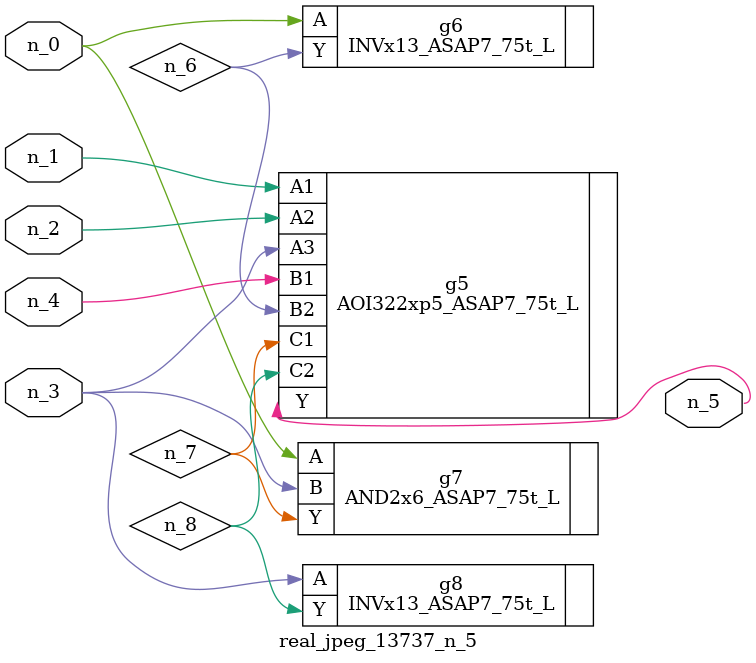
<source format=v>
module real_jpeg_13737_n_5 (n_4, n_0, n_1, n_2, n_3, n_5);

input n_4;
input n_0;
input n_1;
input n_2;
input n_3;

output n_5;

wire n_8;
wire n_6;
wire n_7;

INVx13_ASAP7_75t_L g6 ( 
.A(n_0),
.Y(n_6)
);

AND2x6_ASAP7_75t_L g7 ( 
.A(n_0),
.B(n_3),
.Y(n_7)
);

AOI322xp5_ASAP7_75t_L g5 ( 
.A1(n_1),
.A2(n_2),
.A3(n_3),
.B1(n_4),
.B2(n_6),
.C1(n_7),
.C2(n_8),
.Y(n_5)
);

INVx13_ASAP7_75t_L g8 ( 
.A(n_3),
.Y(n_8)
);


endmodule
</source>
